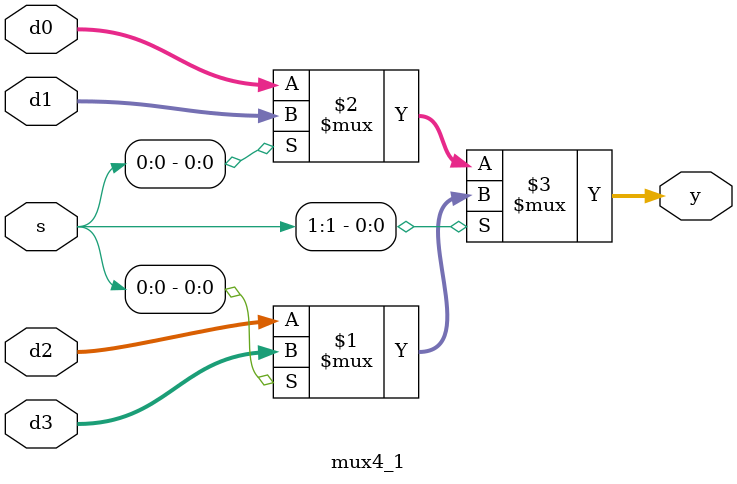
<source format=sv>
`timescale 1ns / 1ps
module mux4_1#(parameter bus_width = 16)( //parametro maximo de bits en las entradas
    input logic [bus_width-1:0] d0, //se recorta la cantida de bits de acuerdo con el bus_width
    input logic [bus_width-1:0] d1, 
    input logic [bus_width-1:0] d2, 
    input logic [bus_width-1:0] d3, // cuatro entradas parametrizadas
    input logic [1:0] s,        //selector del mux de dos bits
    output logic [bus_width-1:0] y  //salida acorde al tamaño de la entrada
);
    assign y = s[1] ? (s[0] ? d3 : d2) : (s[0] ? d1 : d0); //logica del mux para selecionar la salida
endmodule

</source>
